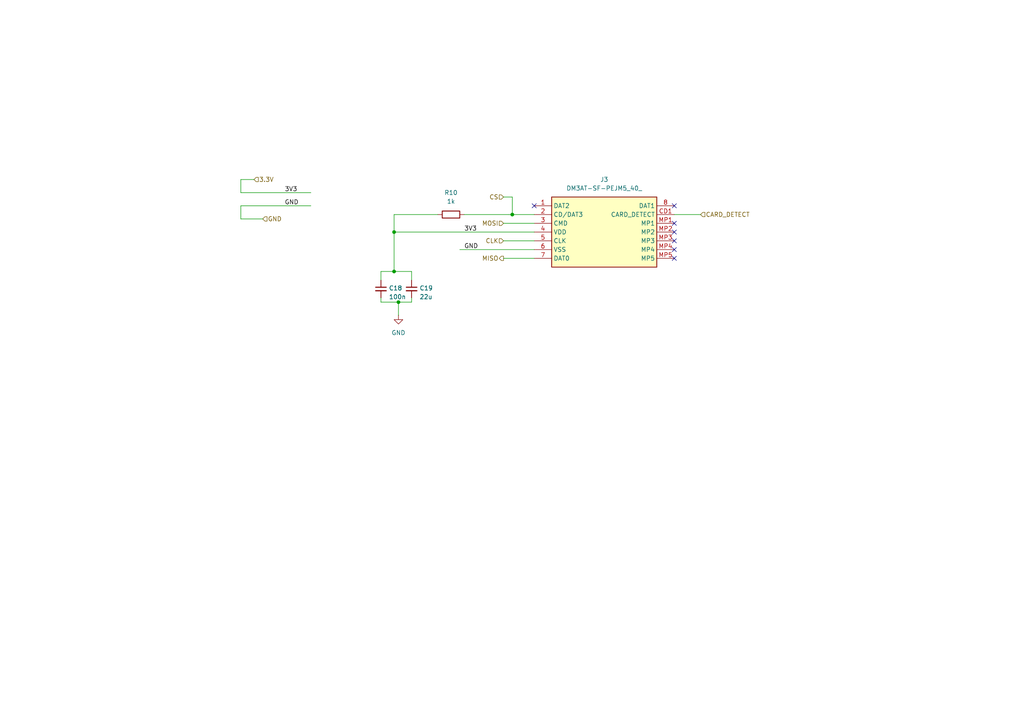
<source format=kicad_sch>
(kicad_sch (version 20231120) (generator "eeschema") (generator_version "8.0")
  (paper "A4")
  (lib_symbols
    (symbol "DM3AT-SF-PEJM5_40_:DM3AT-SF-PEJM5_40_"
      (property "Reference" "J" (at 36.83 7.62 0))
      (property "Value" "DM3AT-SF-PEJM5_40_" (at 36.83 5.08 0))
      (symbol "DM3AT-SF-PEJM5_40__1_1"
        (rectangle (start 5.08 2.54) (end 35.56 -17.78) (stroke (width 0.254)) (fill (type background)))
        (pin passive line (at 0 0 0) (length 5.08) (name "DAT2") (number "1"))
        (pin passive line (at 0 -2.54 0) (length 5.08) (name "CD/DAT3") (number "2"))
        (pin passive line (at 0 -5.08 0) (length 5.08) (name "CMD") (number "3"))
        (pin passive line (at 0 -7.62 0) (length 5.08) (name "VDD") (number "4"))
        (pin passive line (at 0 -10.16 0) (length 5.08) (name "CLK") (number "5"))
        (pin passive line (at 0 -12.7 0) (length 5.08) (name "VSS") (number "6"))
        (pin passive line (at 0 -15.24 0) (length 5.08) (name "DAT0") (number "7"))
        (pin passive line (at 40.64 0 180) (length 5.08) (name "DAT1") (number "8"))
        (pin passive line (at 40.64 -2.54 180) (length 5.08) (name "CARD_DETECT") (number "CD1"))
        (pin passive line (at 40.64 -5.08 180) (length 5.08) (name "MP1") (number "MP1"))
        (pin passive line (at 40.64 -7.62 180) (length 5.08) (name "MP2") (number "MP2"))
        (pin passive line (at 40.64 -10.16 180) (length 5.08) (name "MP3") (number "MP3"))
        (pin passive line (at 40.64 -12.7 180) (length 5.08) (name "MP4") (number "MP4"))
        (pin passive line (at 40.64 -15.24 180) (length 5.08) (name "MP5") (number "MP5"))
      )
    )
    (symbol "Device:C_Small" (pin_numbers hide) (pin_names (offset 0.254) hide)
      (property "Reference" "C" (at 0.254 1.778 0))
      (property "Value" "C_Small" (at 0.254 -2.032 0))
      (symbol "C_Small_0_1"
        (polyline (pts (xy -1.524 -0.508) (xy 1.524 -0.508)) (stroke (width 0.3302)))
        (polyline (pts (xy -1.524 0.508) (xy 1.524 0.508)) (stroke (width 0.3048)))
      )
      (symbol "C_Small_1_1"
        (pin passive line (at 0 2.54 270) (length 2.032) (name "~") (number "1"))
        (pin passive line (at 0 -2.54 90) (length 2.032) (name "~") (number "2"))
      )
    )
    (symbol "Device:R" (pin_numbers hide) (pin_names (offset 0))
      (property "Reference" "R" (at 2.032 0 90))
      (property "Value" "R" (at 0 0 90))
      (symbol "R_0_1"
        (rectangle (start -1.016 -2.54) (end 1.016 2.54) (stroke (width 0.254)))
      )
      (symbol "R_1_1"
        (pin passive line (at 0 3.81 270) (length 1.27) (name "~") (number "1"))
        (pin passive line (at 0 -3.81 90) (length 1.27) (name "~") (number "2"))
      )
    )
    (symbol "power:GND" (power) (pin_numbers hide) (pin_names (offset 0) hide)
      (property "Value" "GND" (at 0 -3.81 0))
      (symbol "GND_0_1"
        (polyline (pts (xy 0 0) (xy 0 -1.27) (xy 1.27 -1.27) (xy 0 -2.54) (xy -1.27 -1.27) (xy 0 -1.27)))
      )
      (symbol "GND_1_1"
        (pin power_in line (at 0 0 270) (length 0) (name "~") (number "1"))
      )
    )
  )
  (junction (at 114.3 78.74))
  (junction (at 115.57 87.63))
  (junction (at 148.59 62.23))
  (junction (at 114.3 67.31))
  (no_connect (at 195.58 72.39))
  (no_connect (at 195.58 69.85))
  (no_connect (at 195.58 64.77))
  (no_connect (at 195.58 67.31))
  (no_connect (at 154.94 59.69))
  (no_connect (at 195.58 59.69))
  (no_connect (at 195.58 74.93))
  (wire (pts (xy 134.62 62.23) (xy 148.59 62.23)))
  (wire (pts (xy 110.49 86.36) (xy 110.49 87.63)))
  (wire (pts (xy 195.58 62.23) (xy 203.2 62.23)))
  (wire (pts (xy 69.85 59.69) (xy 90.17 59.69)))
  (wire (pts (xy 146.05 74.93) (xy 154.94 74.93)))
  (wire (pts (xy 133.35 72.39) (xy 154.94 72.39)))
  (wire (pts (xy 73.66 52.07) (xy 69.85 52.07)))
  (wire (pts (xy 114.3 62.23) (xy 114.3 67.31)))
  (wire (pts (xy 146.05 64.77) (xy 154.94 64.77)))
  (wire (pts (xy 110.49 87.63) (xy 115.57 87.63)))
  (wire (pts (xy 146.05 69.85) (xy 154.94 69.85)))
  (wire (pts (xy 114.3 67.31) (xy 114.3 78.74)))
  (wire (pts (xy 148.59 62.23) (xy 154.94 62.23)))
  (wire (pts (xy 119.38 86.36) (xy 119.38 87.63)))
  (wire (pts (xy 119.38 81.28) (xy 119.38 78.74)))
  (wire (pts (xy 115.57 87.63) (xy 119.38 87.63)))
  (wire (pts (xy 69.85 55.88) (xy 90.17 55.88)))
  (wire (pts (xy 115.57 87.63) (xy 115.57 91.44)))
  (wire (pts (xy 127 62.23) (xy 114.3 62.23)))
  (wire (pts (xy 110.49 78.74) (xy 110.49 81.28)))
  (wire (pts (xy 69.85 52.07) (xy 69.85 55.88)))
  (wire (pts (xy 76.2 63.5) (xy 69.85 63.5)))
  (wire (pts (xy 148.59 57.15) (xy 148.59 62.23)))
  (wire (pts (xy 119.38 78.74) (xy 114.3 78.74)))
  (wire (pts (xy 114.3 67.31) (xy 154.94 67.31)))
  (wire (pts (xy 69.85 59.69) (xy 69.85 63.5)))
  (wire (pts (xy 114.3 78.74) (xy 110.49 78.74)))
  (wire (pts (xy 146.05 57.15) (xy 148.59 57.15)))
  (label "GND" (at 134.62 72.39 0))
  (label "3V3" (at 82.55 55.88 0))
  (label "GND" (at 82.55 59.69 0))
  (label "3V3" (at 134.62 67.31 0))
  (hierarchical_label "MOSI" (shape input) (at 146.05 64.77 180))
  (hierarchical_label "MISO" (shape output) (at 146.05 74.93 180))
  (hierarchical_label "CS" (shape input) (at 146.05 57.15 180))
  (hierarchical_label "3.3V" (shape input) (at 73.66 52.07 0))
  (hierarchical_label "CARD_DETECT" (shape input) (at 203.2 62.23 0))
  (hierarchical_label "CLK" (shape input) (at 146.05 69.85 180))
  (hierarchical_label "GND" (shape input) (at 76.2 63.5 0))
  (symbol (lib_id "Device:C_Small") (at 110.49 83.82 0) (unit 1)
    (property "Reference" "C18" (at 112.776 83.566 0) (effects (justify left)))
    (property "Value" "100n" (at 112.776 86.106 0) (effects (justify left)))
    (property "Footprint" "Capacitor_SMD:C_0603_1608Metric_Pad1.08x0.95mm_HandSolder" (effects (hide yes)))
    (property "Description" "Unpolarized capacitor, small symbol" (effects (hide yes)))
    (property "part number" "C0603C104K5RACAUTO" (effects (hide yes)))
  )
  (symbol (lib_id "power:GND") (at 115.57 91.44 0) (unit 1)
    (property "Reference" "#PWR016" (effects (hide yes)))
    (property "Value" "GND" (at 115.57 96.52 0))
    (property "Description" "Power symbol creates a global label with name \"GND\" , ground" (effects (hide yes)))
  )
  (symbol (lib_id "Device:R") (at 130.81 62.23 90) (unit 1)
    (property "Reference" "R10" (at 130.81 55.88 90))
    (property "Value" "1k" (at 130.81 58.42 90))
    (property "Footprint" "Resistor_SMD:R_0603_1608Metric_Pad0.98x0.95mm_HandSolder" (effects (hide yes)))
    (property "Description" "Resistor" (effects (hide yes)))
    (property "part number" "RC0603FR-071KL" (effects (hide yes)))
  )
  (symbol (lib_id "Device:C_Small") (at 119.38 83.82 0) (unit 1)
    (property "Reference" "C19" (at 121.666 83.566 0) (effects (justify left)))
    (property "Value" "22u" (at 121.666 86.106 0) (effects (justify left)))
    (property "Footprint" "Capacitor_SMD:C_1206_3216Metric_Pad1.33x1.80mm_HandSolder" (effects (hide yes)))
    (property "Description" "Unpolarized capacitor, small symbol" (effects (hide yes)))
    (property "part number" "C3216X5R1V226M160AC" (effects (hide yes)))
  )
  (symbol (lib_id "DM3AT-SF-PEJM5_40_:DM3AT-SF-PEJM5_40_") (at 154.94 59.69 0) (unit 1)
    (property "Reference" "J3" (at 175.26 52.07 0))
    (property "Value" "DM3AT-SF-PEJM5_40_" (at 175.26 54.61 0))
    (property "Footprint" "footprints:DM3ATSFPEJM540" (effects (hide yes)))
    (property "Datasheet" "https://componentsearchengine.com/Datasheets/2/DM3AT-SF-PEJM5(40).pdf" (effects (hide yes)))
    (property "Description" "Memory Card Connectors MICRO SD CD CONN STD SMT PUSHPUSH" (effects (hide yes)))
    (property "Height" "1.83" (effects (hide yes)))
    (property "Mouser Part Number" "798-DM3AT-SF-PEJM540" (effects (hide yes)))
    (property "Mouser Price/Stock" "https://www.mouser.co.uk/ProductDetail/Hirose-Connector/DM3AT-SF-PEJM540?qs=0WLLhGLuJYzPvbo0KPPEoQ%3D%3D" (effects (hide yes)))
    (property "Manufacturer_Name" "Hirose" (effects (hide yes)))
    (property "Manufacturer_Part_Number" "DM3AT-SF-PEJM5(40)" (effects (hide yes)))
    (property "part number" "-DM3AT-SF-PEJM540" (effects (hide yes)))
  )
)
</source>
